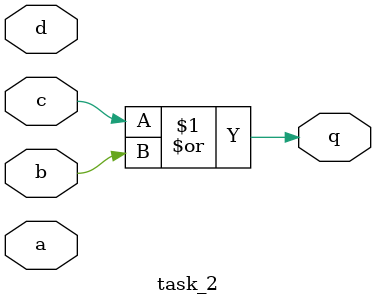
<source format=v>


module task_2(
	input a, b, c, d,
    output q );

assign q = c | b;

endmodule
</source>
